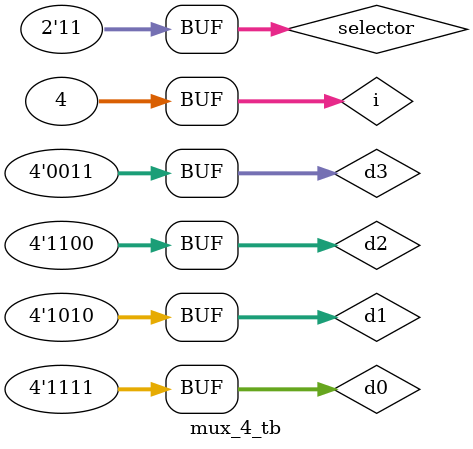
<source format=sv>
`timescale 1ns / 1ns

module mux_4 #(parameter bus = 4)(
    input [bus-1:0] d0,
    input [bus-1:0] d1,
    input [bus-1:0] d2,
    input [bus-1:0] d3,
    input [1:0] selector,

    output reg [bus-1:0] out
    );

always @(*) begin
    case (selector)
        2'b00: out = d0;
        2'b01: out = d1;
        2'b10: out = d2;
        2'b11: out = d3;
        // default : out = #;
    endcase
end

endmodule

// --------------------------------------------------

module mux_4_tb;   
    localparam period = 10;
    parameter bus = 4;
    integer i;

    // input
    logic [bus-1:0] d0;
    logic [bus-1:0] d1;
    logic [bus-1:0] d2;
    logic [bus-1:0] d3;
    logic [1:0] selector;

    // output
    reg [bus-1:0] out;

    mux_4 #(bus) UUT (d0, d1, d2, d3, selector, out);

    initial begin

        d0 = 'b1111;
        d1 = 'b1010;
        d2 = 'b1100;
        d3 = 'b0011;

        for (i=0; i<4; i++) begin
            selector = i; #period;
        end

    end 

endmodule 

</source>
